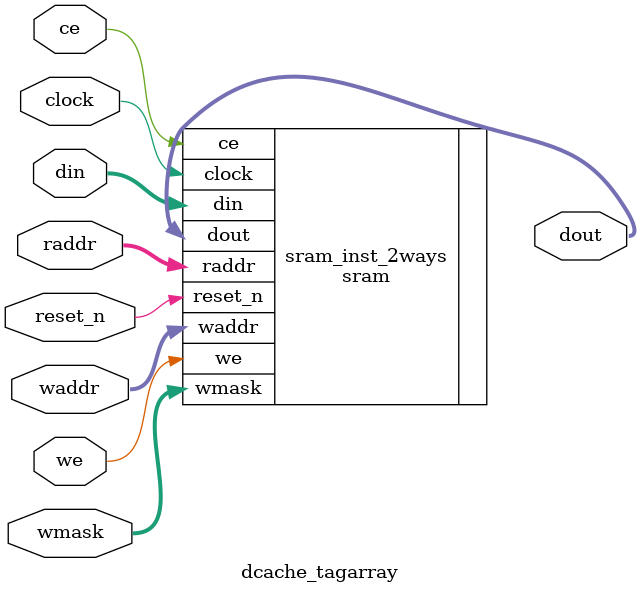
<source format=v>

module dcache_tagarray #(parameter DATA_WIDTH = 38,  // Width of data
                       parameter ADDR_WIDTH = 9   // Width of address bus (512 sets => 9 bits)
                      ) (
    input wire clock,                                 // Clock signal
    input wire reset_n,                             // Active low reset
    input wire we,                                  // Write enable
    input wire ce,                                  // Chip enable
    input wire [ADDR_WIDTH-1:0] waddr,              // Write address input
    input wire [ADDR_WIDTH-1:0] raddr,              // Read address input
    input wire [DATA_WIDTH-1:0] din,                // Data input
    input wire [DATA_WIDTH-1:0] wmask,              // Write mask
    output wire [DATA_WIDTH-1:0] dout               // Data output
);

    // Instantiate a single SRAM for the dcache_tagarray
    sram #(
        .DATA_WIDTH(DATA_WIDTH),
        .ADDR_WIDTH(ADDR_WIDTH)
    ) sram_inst_2ways (
        .clock(clock),
        .reset_n(reset_n),  
        .ce(ce),
        .we(we),
        .waddr(waddr),
        .raddr(raddr),
        .din(din),
        .wmask(wmask),
        .dout(dout)
    );

endmodule
</source>
